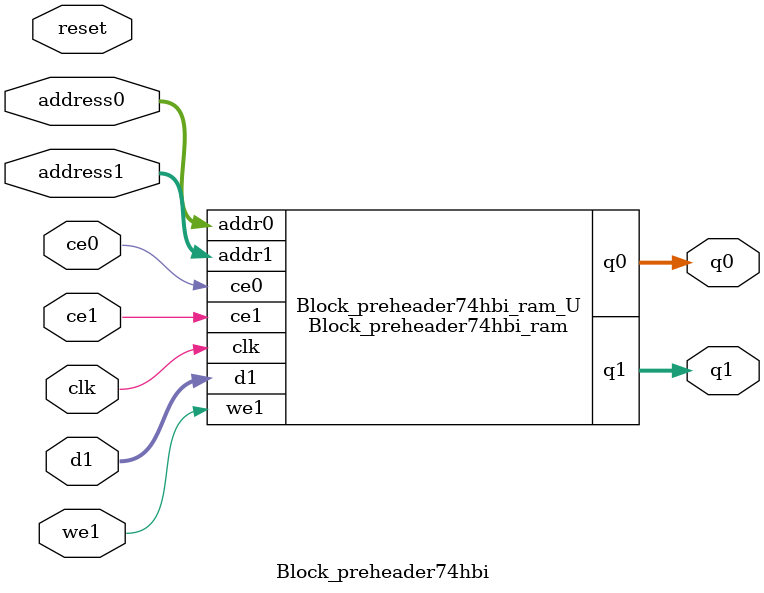
<source format=v>
`timescale 1 ns / 1 ps
module Block_preheader74hbi_ram (addr0, ce0, q0, addr1, ce1, d1, we1, q1,  clk);

parameter DWIDTH = 8;
parameter AWIDTH = 4;
parameter MEM_SIZE = 9;

input[AWIDTH-1:0] addr0;
input ce0;
output reg[DWIDTH-1:0] q0;
input[AWIDTH-1:0] addr1;
input ce1;
input[DWIDTH-1:0] d1;
input we1;
output reg[DWIDTH-1:0] q1;
input clk;

(* ram_style = "distributed" *)reg [DWIDTH-1:0] ram[0:MEM_SIZE-1];




always @(posedge clk)  
begin 
    if (ce0) begin
        q0 <= ram[addr0];
    end
end


always @(posedge clk)  
begin 
    if (ce1) begin
        if (we1) 
            ram[addr1] <= d1; 
        q1 <= ram[addr1];
    end
end


endmodule

`timescale 1 ns / 1 ps
module Block_preheader74hbi(
    reset,
    clk,
    address0,
    ce0,
    q0,
    address1,
    ce1,
    we1,
    d1,
    q1);

parameter DataWidth = 32'd8;
parameter AddressRange = 32'd9;
parameter AddressWidth = 32'd4;
input reset;
input clk;
input[AddressWidth - 1:0] address0;
input ce0;
output[DataWidth - 1:0] q0;
input[AddressWidth - 1:0] address1;
input ce1;
input we1;
input[DataWidth - 1:0] d1;
output[DataWidth - 1:0] q1;



Block_preheader74hbi_ram Block_preheader74hbi_ram_U(
    .clk( clk ),
    .addr0( address0 ),
    .ce0( ce0 ),
    .q0( q0 ),
    .addr1( address1 ),
    .ce1( ce1 ),
    .we1( we1 ),
    .d1( d1 ),
    .q1( q1 ));

endmodule


</source>
